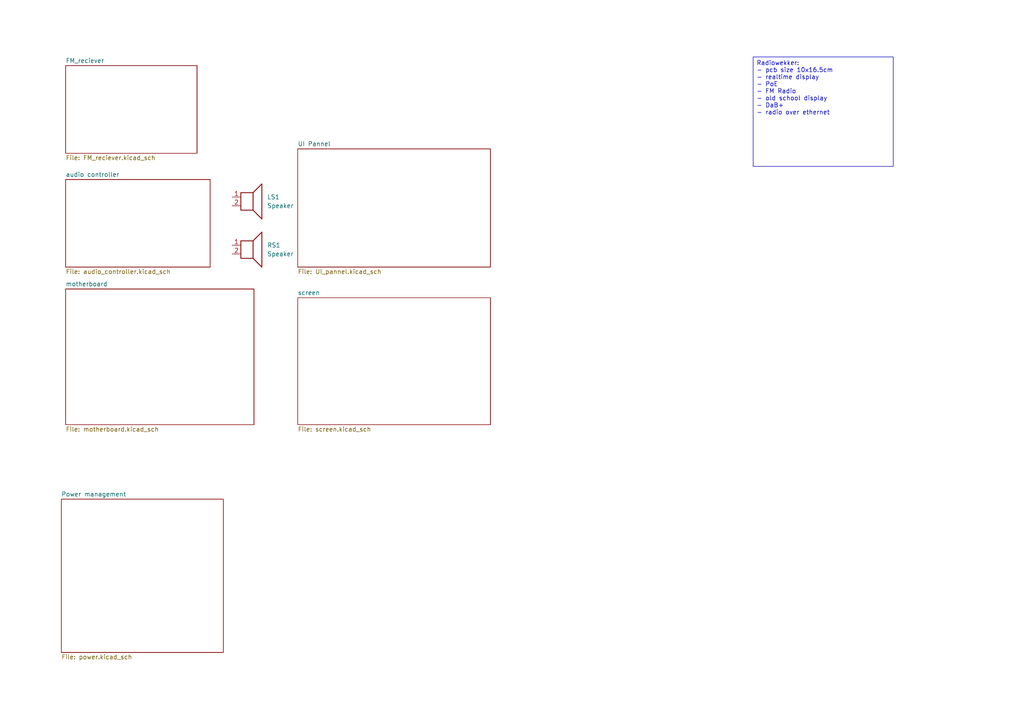
<source format=kicad_sch>
(kicad_sch (version 20250114) (generator "eeschema") (generator_version "9.0")
  (paper "A4")
  (lib_symbols
    (symbol "Device:Speaker" (pin_names (offset 0) (hide yes))
      (property "Reference" "LS" (at 1.27 5.715 0))
      (property "Value" "Speaker" (at 1.27 3.81 0))
      (symbol "Speaker_0_0"
        (rectangle (start -2.54 1.27) (end 1.016 -3.81) (stroke (width 0.254)))
        (polyline (pts (xy 1.016 1.27) (xy 3.556 3.81) (xy 3.556 -6.35) (xy 1.016 -3.81)) (stroke (width 0.254)))
      )
      (symbol "Speaker_1_1"
        (pin input line (at -5.08 0 0) (length 2.54) (name "1") (number "1"))
        (pin input line (at -5.08 -2.54 0) (length 2.54) (name "2") (number "2"))
      )
    )
  )
  (text_box "Radiowekker:\n- pcb size 10x16.5cm\n- realtime display\n- PoE\n- FM Radio\n- old school display\n- DaB+\n- radio over ethernet\n" (exclude_from_sim yes) (at 218.44 16.51 0) (size 40.64 31.75) (margins 0.9525 0.9525 0.9525 0.9525) (effects (font (size 1.27 1.27)) (justify left top)))
  (symbol (lib_id "Device:Speaker") (at 72.39 57.15 0) (unit 1)
    (property "Reference" "LS1" (at 77.47 57.1499 0) (effects (justify left)))
    (property "Value" "Speaker" (at 77.47 59.6899 0) (effects (justify left)))
    (property "Description" "Speaker" (effects (hide yes)))
  )
  (symbol (lib_id "Device:Speaker") (at 72.39 71.12 0) (unit 1)
    (property "Reference" "RS1" (at 77.47 71.1199 0) (effects (justify left)))
    (property "Value" "Speaker" (at 77.47 73.6599 0) (effects (justify left)))
    (property "Description" "Speaker" (effects (hide yes)))
  )
  (sheet (at 19.05 83.82) (size 54.61 39.37) (stroke (width 0.1524))
    (property "Sheetname" "motherboard" (at 19.05 83.1084 0) (effects (justify left bottom)))
    (property "Sheetfile" "motherboard.kicad_sch" (at 19.05 123.7746 0) (effects (justify left top)))
  )
  (sheet (at 19.05 19.05) (size 38.1 25.4) (stroke (width 0.1524))
    (property "Sheetname" "FM_reciever" (at 19.05 18.3384 0) (effects (justify left bottom)))
    (property "Sheetfile" "FM_reciever.kicad_sch" (at 19.05 45.0346 0) (effects (justify left top)))
  )
  (sheet (at 86.36 43.18) (size 55.88 34.29) (stroke (width 0.1524))
    (property "Sheetname" "UI Pannel" (at 86.36 42.4684 0) (effects (justify left bottom)))
    (property "Sheetfile" "UI_pannel.kicad_sch" (at 86.36 78.0546 0) (effects (justify left top)))
  )
  (sheet (at 86.36 86.36) (size 55.88 36.83) (stroke (width 0.1524))
    (property "Sheetname" "screen" (at 86.36 85.6484 0) (effects (justify left bottom)))
    (property "Sheetfile" "screen.kicad_sch" (at 86.36 123.7746 0) (effects (justify left top)))
  )
  (sheet (at 19.05 52.07) (size 41.91 25.4) (stroke (width 0.1524))
    (property "Sheetname" "audio controller" (at 19.05 51.3584 0) (effects (justify left bottom)))
    (property "Sheetfile" "audio_controller.kicad_sch" (at 19.05 78.0546 0) (effects (justify left top)))
  )
  (sheet (at 17.78 144.78) (size 46.99 44.45) (stroke (width 0.1524))
    (property "Sheetname" "Power management" (at 17.78 144.0684 0) (effects (justify left bottom)))
    (property "Sheetfile" "power.kicad_sch" (at 17.78 189.8146 0) (effects (justify left top)))
  )
)
</source>
